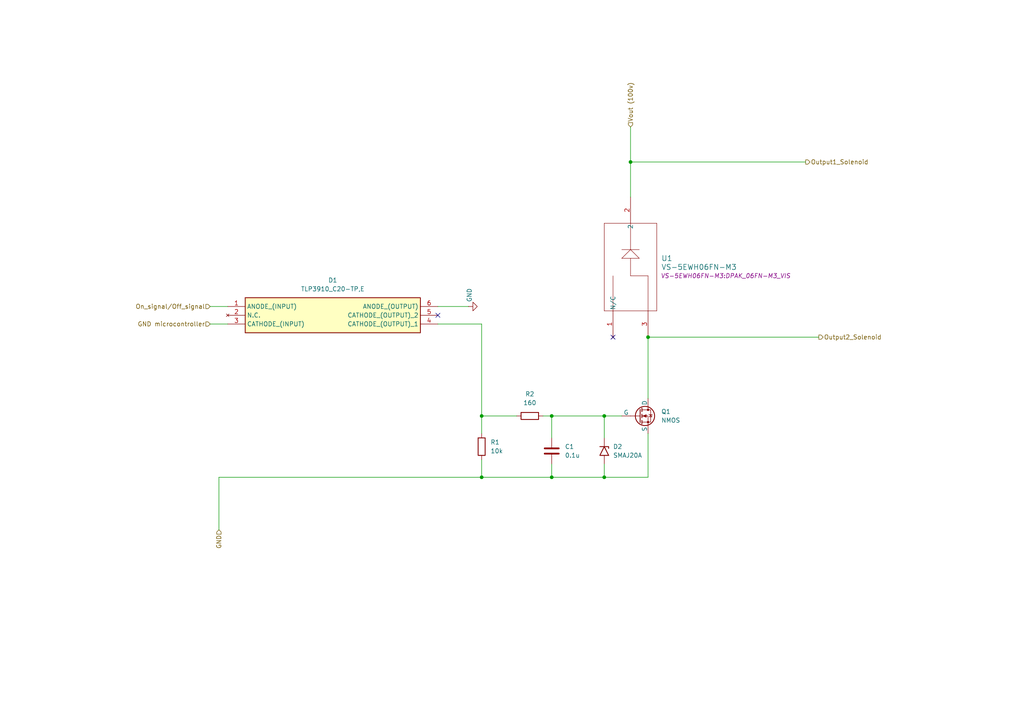
<source format=kicad_sch>
(kicad_sch (version 20231120) (generator "eeschema") (generator_version "8.0")
  (paper "A4")
  (lib_symbols
    (symbol "Device:C" (pin_numbers hide) (pin_names (offset 0.254))
      (property "Reference" "C" (at 0.635 2.54 0))
      (property "Value" "C" (at 0.635 -2.54 0))
      (symbol "C_0_1"
        (polyline (pts (xy -2.032 -0.762) (xy 2.032 -0.762)) (stroke (width 0.508)))
        (polyline (pts (xy -2.032 0.762) (xy 2.032 0.762)) (stroke (width 0.508)))
      )
      (symbol "C_1_1"
        (pin passive line (at 0 3.81 270) (length 2.794) (name "~") (number "1"))
        (pin passive line (at 0 -3.81 90) (length 2.794) (name "~") (number "2"))
      )
    )
    (symbol "Device:R" (pin_numbers hide) (pin_names (offset 0))
      (property "Reference" "R" (at 2.032 0 90))
      (property "Value" "R" (at 0 0 90))
      (symbol "R_0_1"
        (rectangle (start -1.016 -2.54) (end 1.016 2.54) (stroke (width 0.254)))
      )
      (symbol "R_1_1"
        (pin passive line (at 0 3.81 270) (length 1.27) (name "~") (number "1"))
        (pin passive line (at 0 -3.81 90) (length 1.27) (name "~") (number "2"))
      )
    )
    (symbol "Diode:SMAJ20A" (pin_numbers hide) (pin_names (offset 1.016) hide)
      (property "Reference" "D" (at 0 2.54 0))
      (property "Value" "SMAJ20A" (at 0 -2.54 0))
      (symbol "SMAJ20A_0_1"
        (polyline (pts (xy -0.762 1.27) (xy -1.27 1.27) (xy -1.27 -1.27)) (stroke (width 0.254)))
        (polyline (pts (xy 1.27 1.27) (xy 1.27 -1.27) (xy -1.27 0) (xy 1.27 1.27)) (stroke (width 0.254)))
      )
      (symbol "SMAJ20A_1_1"
        (pin passive line (at -3.81 0 0) (length 2.54) (name "A1") (number "1"))
        (pin passive line (at 3.81 0 180) (length 2.54) (name "A2") (number "2"))
      )
    )
    (symbol "Simulation_SPICE:NMOS" (pin_numbers hide) (pin_names (offset 0))
      (property "Reference" "Q" (at 5.08 1.27 0))
      (property "Value" "NMOS" (at 5.08 -1.27 0))
      (symbol "NMOS_0_1"
        (polyline (pts (xy 0.254 0) (xy -2.54 0)))
        (polyline (pts (xy 0.254 1.905) (xy 0.254 -1.905)) (stroke (width 0.254)))
        (polyline (pts (xy 0.762 -1.27) (xy 0.762 -2.286)) (stroke (width 0.254)))
        (polyline (pts (xy 0.762 0.508) (xy 0.762 -0.508)) (stroke (width 0.254)))
        (polyline (pts (xy 0.762 2.286) (xy 0.762 1.27)) (stroke (width 0.254)))
        (polyline (pts (xy 2.54 2.54) (xy 2.54 1.778)))
        (polyline (pts (xy 2.54 -2.54) (xy 2.54 0) (xy 0.762 0)))
        (polyline (pts (xy 0.762 -1.778) (xy 3.302 -1.778) (xy 3.302 1.778) (xy 0.762 1.778)))
        (polyline (pts (xy 1.016 0) (xy 2.032 0.381) (xy 2.032 -0.381) (xy 1.016 0)) (fill (type outline)))
        (polyline (pts (xy 2.794 0.508) (xy 2.921 0.381) (xy 3.683 0.381) (xy 3.81 0.254)))
        (polyline (pts (xy 3.302 0.381) (xy 2.921 -0.254) (xy 3.683 -0.254) (xy 3.302 0.381)))
        (circle (center 1.651 0) (radius 2.794) (stroke (width 0.254)))
        (circle (center 2.54 -1.778) (radius 0.254) (fill (type outline)))
        (circle (center 2.54 1.778) (radius 0.254) (fill (type outline)))
      )
      (symbol "NMOS_1_1"
        (pin passive line (at 2.54 5.08 270) (length 2.54) (name "D") (number "1"))
        (pin input line (at -5.08 0 0) (length 2.54) (name "G") (number "2"))
        (pin passive line (at 2.54 -5.08 90) (length 2.54) (name "S") (number "3"))
      )
    )
    (symbol "TLP3910_C20-TP_E:TLP3910_C20-TP,E"
      (property "Reference" "D" (at 57.15 7.62 0))
      (property "Value" "TLP3910_C20-TP,E" (at 57.15 5.08 0))
      (symbol "TLP3910_C20-TP,E_1_1"
        (rectangle (start 5.08 2.54) (end 55.88 -7.62) (stroke (width 0.254)) (fill (type background)))
        (pin passive line (at 0 0 0) (length 5.08) (name "ANODE_(INPUT)") (number "1"))
        (pin no_connect line (at 0 -2.54 0) (length 5.08) (name "N.C.") (number "2"))
        (pin passive line (at 0 -5.08 0) (length 5.08) (name "CATHODE_(INPUT)") (number "3"))
        (pin passive line (at 60.96 -5.08 180) (length 5.08) (name "CATHODE_(OUTPUT)_1") (number "4"))
        (pin passive line (at 60.96 -2.54 180) (length 5.08) (name "CATHODE_(OUTPUT)_2") (number "5"))
        (pin passive line (at 60.96 0 180) (length 5.08) (name "ANODE_(OUTPUT)") (number "6"))
      )
    )
    (symbol "VS-5EWH06FN-M3:VS-5EWH06FN-M3" (pin_names (offset 0.254))
      (property "Reference" "U" (at 20.32 7.62 0))
      (property "Value" "VS-5EWH06FN-M3" (at 20.32 5.08 0))
      (symbol "VS-5EWH06FN-M3_0_1"
        (polyline (pts (xy 7.62 -12.7) (xy 33.02 -12.7)) (stroke (width 0.127)))
        (polyline (pts (xy 7.62 -10.16) (xy 17.78 -10.16)) (stroke (width 0.127)))
        (polyline (pts (xy 7.62 0) (xy 17.78 0)) (stroke (width 0.127)))
        (polyline (pts (xy 7.62 2.54) (xy 7.62 -12.7)) (stroke (width 0.127)))
        (polyline (pts (xy 17.78 -10.16) (xy 17.78 -5.08)) (stroke (width 0.127)))
        (polyline (pts (xy 17.78 -5.08) (xy 22.86 -5.08)) (stroke (width 0.127)))
        (polyline (pts (xy 22.86 -7.62) (xy 22.86 -2.54)) (stroke (width 0.127)))
        (polyline (pts (xy 22.86 -7.62) (xy 25.4 -5.08)) (stroke (width 0.127)))
        (polyline (pts (xy 25.4 -7.62) (xy 25.4 -2.54)) (stroke (width 0.127)))
        (polyline (pts (xy 25.4 -5.08) (xy 22.86 -2.54)) (stroke (width 0.127)))
        (polyline (pts (xy 25.4 -5.08) (xy 33.02 -5.08)) (stroke (width 0.127)))
        (polyline (pts (xy 33.02 -12.7) (xy 33.02 2.54)) (stroke (width 0.127)))
        (polyline (pts (xy 33.02 2.54) (xy 7.62 2.54)) (stroke (width 0.127)))
        (pin no_connect line (at 0 0 0) (length 7.62) (name "N/C") (number "1"))
        (pin unspecified line (at 40.64 -5.08 180) (length 7.62) (name "2") (number "2"))
        (pin unspecified line (at 0 -10.16 0) (length 7.62) (name "") (number "3"))
      )
    )
    (symbol "power:GND" (power) (pin_numbers hide) (pin_names (offset 0) hide)
      (property "Value" "GND" (at 0 -3.81 0))
      (symbol "GND_0_1"
        (polyline (pts (xy 0 0) (xy 0 -1.27) (xy 1.27 -1.27) (xy 0 -2.54) (xy -1.27 -1.27) (xy 0 -1.27)))
      )
      (symbol "GND_1_1"
        (pin power_in line (at 0 0 270) (length 0) (name "~") (number "1"))
      )
    )
  )
  (junction (at 160.02 120.65))
  (junction (at 182.88 46.99))
  (junction (at 139.7 138.43))
  (junction (at 160.02 138.43))
  (junction (at 175.26 138.43))
  (junction (at 175.26 120.65))
  (junction (at 187.96 97.79))
  (junction (at 139.7 120.65))
  (no_connect (at 177.8 97.79))
  (no_connect (at 127 91.44))
  (wire (pts (xy 139.7 93.98) (xy 139.7 120.65)))
  (wire (pts (xy 160.02 138.43) (xy 175.26 138.43)))
  (wire (pts (xy 182.88 46.99) (xy 182.88 57.15)))
  (wire (pts (xy 182.88 46.99) (xy 233.68 46.99)))
  (wire (pts (xy 149.86 120.65) (xy 139.7 120.65)))
  (wire (pts (xy 187.96 97.79) (xy 237.49 97.79)))
  (wire (pts (xy 175.26 138.43) (xy 187.96 138.43)))
  (wire (pts (xy 160.02 134.62) (xy 160.02 138.43)))
  (wire (pts (xy 187.96 97.79) (xy 187.96 115.57)))
  (wire (pts (xy 63.5 138.43) (xy 139.7 138.43)))
  (wire (pts (xy 139.7 138.43) (xy 160.02 138.43)))
  (wire (pts (xy 127 93.98) (xy 139.7 93.98)))
  (wire (pts (xy 175.26 127) (xy 175.26 120.65)))
  (wire (pts (xy 160.02 120.65) (xy 157.48 120.65)))
  (wire (pts (xy 60.96 93.98) (xy 66.04 93.98)))
  (wire (pts (xy 60.96 88.9) (xy 66.04 88.9)))
  (wire (pts (xy 139.7 133.35) (xy 139.7 138.43)))
  (wire (pts (xy 139.7 120.65) (xy 139.7 125.73)))
  (wire (pts (xy 63.5 153.67) (xy 63.5 138.43)))
  (wire (pts (xy 187.96 125.73) (xy 187.96 138.43)))
  (wire (pts (xy 160.02 120.65) (xy 160.02 127)))
  (wire (pts (xy 175.26 134.62) (xy 175.26 138.43)))
  (wire (pts (xy 175.26 120.65) (xy 180.34 120.65)))
  (wire (pts (xy 127 88.9) (xy 135.89 88.9)))
  (wire (pts (xy 160.02 120.65) (xy 175.26 120.65)))
  (wire (pts (xy 182.88 36.83) (xy 182.88 46.99)))
  (hierarchical_label "Output1_Solenoid" (shape output) (at 233.68 46.99 0))
  (hierarchical_label "GND microcontroller" (shape input) (at 60.96 93.98 180))
  (hierarchical_label "On_signal{slash}Off_signal" (shape input) (at 60.96 88.9 180))
  (hierarchical_label "GND" (shape input) (at 63.5 153.67 270))
  (hierarchical_label "Output2_Solenoid" (shape output) (at 237.49 97.79 0))
  (hierarchical_label "Vout (100v) " (shape input) (at 182.88 36.83 90))
  (symbol (lib_id "Device:R") (at 153.67 120.65 90) (unit 1)
    (property "Reference" "R2" (at 153.67 114.3 90))
    (property "Value" "160" (at 153.67 116.84 90))
    (property "Description" "Resistor" (effects (hide yes)))
  )
  (symbol (lib_id "Simulation_SPICE:NMOS") (at 185.42 120.65 0) (unit 1)
    (property "Reference" "Q1" (at 191.77 119.3799 0) (effects (justify left)))
    (property "Value" "NMOS" (at 191.77 121.9199 0) (effects (justify left)))
    (property "Datasheet" "https://ngspice.sourceforge.io/docs/ngspice-html-manual/manual.xhtml#cha_MOSFETs" (effects (hide yes)))
    (property "Description" "N-MOSFET transistor, drain/source/gate" (effects (hide yes)))
    (property "Sim.Device" "NMOS" (effects (hide yes)))
    (property "Sim.Type" "VDMOS" (effects (hide yes)))
    (property "Sim.Pins" "1=D 2=G 3=S" (effects (hide yes)))
  )
  (symbol (lib_id "power:GND") (at 135.89 88.9 90) (unit 1)
    (property "Reference" "#PWR01" (effects (hide yes)))
    (property "Value" "GND" (at 136.144 85.598 0))
    (property "Description" "Power symbol creates a global label with name \"GND\" , ground" (effects (hide yes)))
  )
  (symbol (lib_id "Device:C") (at 160.02 130.81 0) (unit 1)
    (property "Reference" "C1" (at 163.83 129.5399 0) (effects (justify left)))
    (property "Value" "0.1u" (at 163.83 132.0799 0) (effects (justify left)))
    (property "Description" "Unpolarized capacitor" (effects (hide yes)))
  )
  (symbol (lib_id "Device:R") (at 139.7 129.54 0) (unit 1)
    (property "Reference" "R1" (at 142.24 128.2699 0) (effects (justify left)))
    (property "Value" "10k" (at 142.24 130.8099 0) (effects (justify left)))
    (property "Description" "Resistor" (effects (hide yes)))
  )
  (symbol (lib_id "TLP3910_C20-TP_E:TLP3910_C20-TP,E") (at 66.04 88.9 0) (unit 1)
    (property "Reference" "D1" (at 96.52 81.28 0))
    (property "Value" "TLP3910_C20-TP,E" (at 96.52 83.82 0))
    (property "Footprint" "SOIC127P1000X220-6N" (effects (hide yes)))
    (property "Datasheet" "https://www.mouser.jp/datasheet/2/408/TLP3910_datasheet_en_20210302-2321212.pdf" (effects (hide yes)))
    (property "Description" "Photodiode Output Optocouplers Photovoltaic Coupler; High Voc; SO6L; RoHS" (effects (hide yes)))
    (property "Height" "2.2" (effects (hide yes)))
    (property "Mouser Part Number" "757-TLP3910C20-TPE" (effects (hide yes)))
    (property "Mouser Price/Stock" "https://www.mouser.co.uk/ProductDetail/Toshiba/TLP3910C20-TPE?qs=TuK3vfAjtkUvVtweYOqjVw%3D%3D" (effects (hide yes)))
    (property "Manufacturer_Name" "Toshiba" (effects (hide yes)))
    (property "Manufacturer_Part_Number" "TLP3910(C20-TP,E" (effects (hide yes)))
  )
  (symbol (lib_id "Diode:SMAJ20A") (at 175.26 130.81 270) (unit 1)
    (property "Reference" "D2" (at 177.8 129.5399 90) (effects (justify left)))
    (property "Value" "SMAJ20A" (at 177.8 132.0799 90) (effects (justify left)))
    (property "Footprint" "SMAJ20A:DIOM4325X250N" (effects (hide yes)))
    (property "Datasheet" "https://www.littelfuse.com/media?resourcetype=datasheets&itemid=75e32973-b177-4ee3-a0ff-cedaf1abdb93&filename=smaj-datasheet" (effects (hide yes)))
    (property "Description" "400W unidirectional Transient Voltage Suppressor, 20.0Vr, SMA(DO-214AC)" (effects (hide yes)))
  )
  (symbol (lib_id "VS-5EWH06FN-M3:VS-5EWH06FN-M3") (at 177.8 97.79 90) (unit 1)
    (property "Reference" "U1" (at 191.77 74.9299 90) (effects (font (size 1.524 1.524)) (justify right)))
    (property "Value" "VS-5EWH06FN-M3" (at 191.77 77.4699 90) (effects (font (size 1.524 1.524)) (justify right)))
    (property "Footprint" "VS-5EWH06FN-M3:DPAK_06FN-M3_VIS" (at 191.77 80.0099 90) (effects (font (italic yes)) (justify right)))
    (property "Datasheet" "VS-5EWH06FN-M3" (effects (hide yes)))
  )
)
</source>
